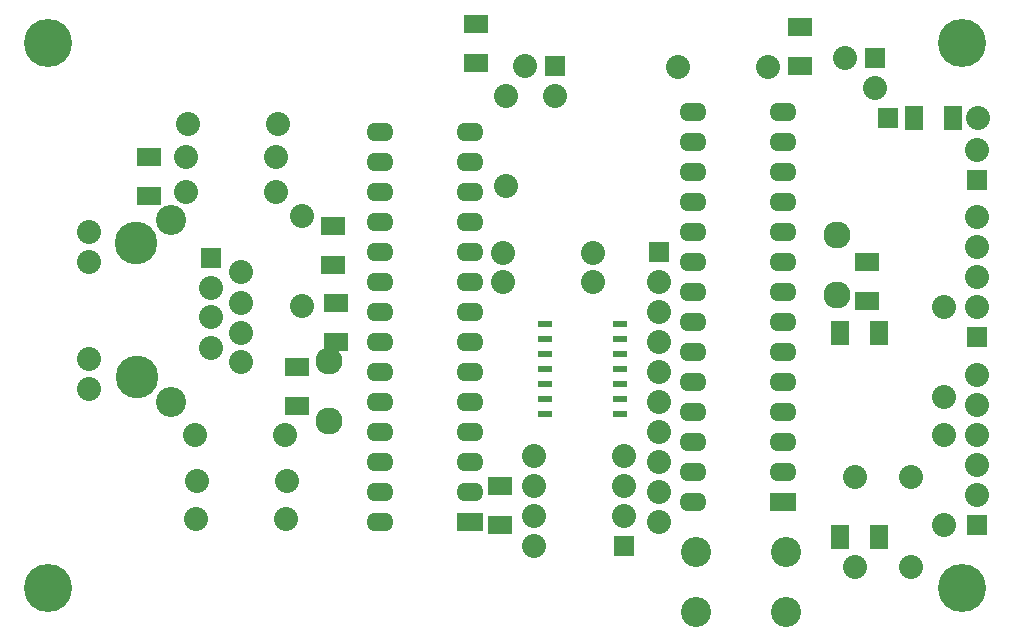
<source format=gbs>
G04 (created by PCBNEW-RS274X (2011-12-21 BZR 3253)-stable) date Saturday, February 11, 2012 02:53:21 PM*
G01*
G70*
G90*
%MOIN*%
G04 Gerber Fmt 3.4, Leading zero omitted, Abs format*
%FSLAX34Y34*%
G04 APERTURE LIST*
%ADD10C,0.006000*%
%ADD11R,0.070200X0.070200*%
%ADD12C,0.080200*%
%ADD13O,0.090200X0.062200*%
%ADD14R,0.090200X0.062200*%
%ADD15C,0.090200*%
%ADD16R,0.080200X0.060200*%
%ADD17R,0.060200X0.080200*%
%ADD18R,0.045200X0.020200*%
%ADD19C,0.160200*%
%ADD20C,0.100200*%
%ADD21C,0.141900*%
G04 APERTURE END LIST*
G54D10*
G54D11*
X70000Y-31900D03*
G54D12*
X73000Y-31900D03*
G54D13*
X66500Y-43700D03*
X66500Y-42700D03*
X66500Y-41700D03*
X66500Y-40700D03*
X66500Y-39700D03*
X66500Y-38700D03*
X66500Y-37700D03*
X66500Y-36700D03*
X66500Y-35700D03*
X66500Y-34700D03*
X66500Y-33700D03*
X66500Y-32700D03*
X66500Y-31700D03*
G54D14*
X66500Y-44700D03*
G54D13*
X63500Y-31700D03*
X63500Y-32700D03*
X63500Y-33700D03*
X63500Y-34700D03*
X63500Y-35700D03*
X63500Y-36700D03*
X63500Y-37700D03*
X63500Y-38700D03*
X63500Y-39700D03*
X63500Y-40700D03*
X63500Y-41700D03*
X63500Y-42700D03*
X63500Y-43700D03*
X63500Y-44700D03*
X56050Y-44350D03*
X56050Y-43350D03*
X56050Y-42350D03*
X56050Y-41350D03*
X56050Y-40350D03*
X56050Y-39350D03*
X56050Y-38350D03*
X56050Y-37350D03*
X56050Y-36350D03*
X56050Y-35350D03*
X56050Y-34350D03*
X56050Y-33350D03*
X56050Y-32350D03*
G54D14*
X56050Y-45350D03*
G54D13*
X53050Y-32350D03*
X53050Y-33350D03*
X53050Y-34350D03*
X53050Y-35350D03*
X53050Y-36350D03*
X53050Y-37350D03*
X53050Y-38350D03*
X53050Y-39350D03*
X53050Y-40350D03*
X53050Y-41350D03*
X53050Y-42350D03*
X53050Y-43350D03*
X53050Y-44350D03*
X53050Y-45350D03*
G54D15*
X68300Y-37800D03*
X68300Y-35800D03*
X51350Y-42000D03*
X51350Y-40000D03*
G54D12*
X58900Y-31150D03*
G54D11*
X58900Y-30150D03*
G54D12*
X57900Y-30150D03*
X69550Y-30900D03*
G54D11*
X69550Y-29900D03*
G54D12*
X68550Y-29900D03*
X71850Y-41200D03*
X71850Y-38200D03*
X57250Y-31150D03*
X57250Y-34150D03*
X68900Y-46850D03*
X68900Y-43850D03*
X46925Y-45275D03*
X49925Y-45275D03*
X50450Y-38150D03*
X50450Y-35150D03*
X70750Y-46850D03*
X70750Y-43850D03*
X46600Y-33200D03*
X49600Y-33200D03*
X46600Y-34350D03*
X49600Y-34350D03*
X66000Y-30200D03*
X63000Y-30200D03*
X60150Y-36400D03*
X57150Y-36400D03*
X60150Y-37350D03*
X57150Y-37350D03*
X71850Y-42450D03*
X71850Y-45450D03*
X49900Y-42450D03*
X46900Y-42450D03*
X46950Y-44000D03*
X49950Y-44000D03*
X46650Y-32100D03*
X49650Y-32100D03*
G54D11*
X62350Y-36350D03*
G54D12*
X62350Y-37350D03*
X62350Y-38350D03*
X62350Y-39350D03*
X62350Y-40350D03*
X62350Y-41350D03*
X62350Y-42350D03*
X62350Y-43350D03*
X62350Y-44350D03*
X62350Y-45350D03*
G54D11*
X72950Y-33950D03*
G54D12*
X72950Y-32950D03*
G54D11*
X72950Y-39200D03*
G54D12*
X72950Y-38200D03*
X72950Y-37200D03*
X72950Y-36200D03*
X72950Y-35200D03*
G54D11*
X72950Y-45450D03*
G54D12*
X72950Y-44450D03*
X72950Y-43450D03*
X72950Y-42450D03*
X72950Y-41450D03*
X72950Y-40450D03*
G54D16*
X69300Y-36700D03*
X69300Y-38000D03*
G54D17*
X69700Y-45850D03*
X68400Y-45850D03*
G54D16*
X67050Y-30150D03*
X67050Y-28850D03*
X50300Y-41500D03*
X50300Y-40200D03*
X51600Y-39350D03*
X51600Y-38050D03*
X45350Y-33200D03*
X45350Y-34500D03*
X51500Y-36800D03*
X51500Y-35500D03*
G54D17*
X68400Y-39050D03*
X69700Y-39050D03*
G54D16*
X56250Y-30050D03*
X56250Y-28750D03*
X57050Y-45450D03*
X57050Y-44150D03*
G54D17*
X70850Y-31900D03*
X72150Y-31900D03*
G54D18*
X58550Y-41750D03*
X58550Y-41250D03*
X58550Y-40750D03*
X58550Y-40250D03*
X58550Y-39750D03*
X58550Y-39250D03*
X58550Y-38750D03*
X61050Y-38750D03*
X61050Y-39250D03*
X61050Y-40250D03*
X61050Y-40750D03*
X61050Y-41250D03*
X61050Y-41750D03*
X61050Y-39750D03*
G54D11*
X61200Y-46150D03*
G54D12*
X61200Y-45150D03*
X61200Y-44150D03*
X61200Y-43150D03*
X58200Y-43150D03*
X58200Y-44150D03*
X58200Y-45150D03*
X58200Y-46150D03*
G54D19*
X72450Y-29400D03*
X72450Y-47550D03*
X42000Y-47550D03*
X42000Y-29400D03*
G54D20*
X63600Y-48350D03*
X63600Y-46350D03*
X66600Y-48350D03*
X66600Y-46350D03*
G54D21*
X44948Y-40544D03*
X44929Y-36056D03*
G54D11*
X47429Y-36568D03*
G54D12*
X48433Y-37040D03*
X47429Y-37552D03*
X48433Y-38064D03*
X47429Y-38536D03*
X48433Y-39048D03*
X47429Y-39560D03*
X48433Y-40032D03*
X43354Y-35682D03*
X43354Y-36686D03*
X43354Y-39914D03*
X43354Y-40918D03*
G54D20*
X46110Y-35288D03*
X46110Y-41351D03*
M02*

</source>
